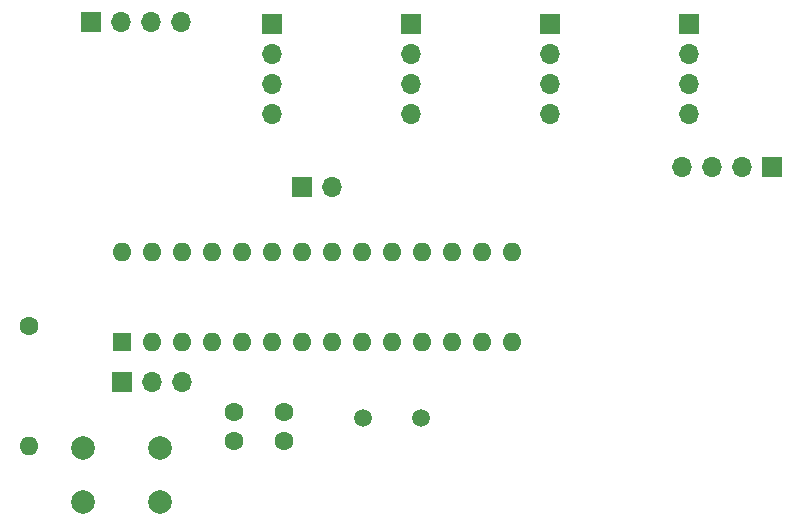
<source format=gbr>
%TF.GenerationSoftware,KiCad,Pcbnew,8.0.1*%
%TF.CreationDate,2024-04-07T11:58:20+02:00*%
%TF.ProjectId,RobotASK,526f626f-7441-4534-9b2e-6b696361645f,rev?*%
%TF.SameCoordinates,Original*%
%TF.FileFunction,Copper,L1,Top*%
%TF.FilePolarity,Positive*%
%FSLAX46Y46*%
G04 Gerber Fmt 4.6, Leading zero omitted, Abs format (unit mm)*
G04 Created by KiCad (PCBNEW 8.0.1) date 2024-04-07 11:58:20*
%MOMM*%
%LPD*%
G01*
G04 APERTURE LIST*
%TA.AperFunction,ComponentPad*%
%ADD10R,1.700000X1.700000*%
%TD*%
%TA.AperFunction,ComponentPad*%
%ADD11O,1.700000X1.700000*%
%TD*%
%TA.AperFunction,ComponentPad*%
%ADD12C,1.600000*%
%TD*%
%TA.AperFunction,ComponentPad*%
%ADD13O,1.600000X1.600000*%
%TD*%
%TA.AperFunction,ComponentPad*%
%ADD14C,1.500000*%
%TD*%
%TA.AperFunction,ComponentPad*%
%ADD15C,2.000000*%
%TD*%
%TA.AperFunction,ComponentPad*%
%ADD16R,1.600000X1.600000*%
%TD*%
G04 APERTURE END LIST*
D10*
%TO.P,J5,1,Pin_1*%
%TO.N,GND*%
X144050000Y-66770000D03*
D11*
%TO.P,J5,2,Pin_2*%
%TO.N,unconnected-(J5-Pin_2-Pad2)*%
X141510000Y-66770000D03*
%TO.P,J5,3,Pin_3*%
%TO.N,unconnected-(J5-Pin_3-Pad3)*%
X138970000Y-66770000D03*
%TO.P,J5,4,Pin_4*%
%TO.N,+5V*%
X136430000Y-66770000D03*
%TD*%
D10*
%TO.P,J6,1,Pin_1*%
%TO.N,PH3*%
X86380000Y-54500000D03*
D11*
%TO.P,J6,2,Pin_2*%
%TO.N,PH2*%
X88920000Y-54500000D03*
%TO.P,J6,3,Pin_3*%
%TO.N,PH1*%
X91460000Y-54500000D03*
%TO.P,J6,4,Pin_4*%
%TO.N,PH0*%
X94000000Y-54500000D03*
%TD*%
D12*
%TO.P,R9,1*%
%TO.N,+5V*%
X81110000Y-80250000D03*
D13*
%TO.P,R9,2*%
%TO.N,~RESET*%
X81110000Y-90410000D03*
%TD*%
D12*
%TO.P,C2,1*%
%TO.N,CRY1*%
X102750000Y-90000000D03*
%TO.P,C2,2*%
%TO.N,GND*%
X102750000Y-87500000D03*
%TD*%
D10*
%TO.P,J1,1,Pin_1*%
%TO.N,GND*%
X101750000Y-54700000D03*
D11*
%TO.P,J1,2,Pin_2*%
%TO.N,+5V*%
X101750000Y-57240000D03*
%TO.P,J1,3,Pin_3*%
%TO.N,SERV0*%
X101750000Y-59780000D03*
%TO.P,J1,4,Pin_4*%
%TO.N,+5V*%
X101750000Y-62320000D03*
%TD*%
D12*
%TO.P,C1,1*%
%TO.N,CRY2*%
X98500000Y-90000000D03*
%TO.P,C1,2*%
%TO.N,GND*%
X98500000Y-87500000D03*
%TD*%
D14*
%TO.P,Y1,1,1*%
%TO.N,CRY2*%
X114300000Y-88000000D03*
%TO.P,Y1,2,2*%
%TO.N,CRY1*%
X109420000Y-88000000D03*
%TD*%
D15*
%TO.P,SW2,1,1*%
%TO.N,GND*%
X92250000Y-95110000D03*
X85750000Y-95110000D03*
%TO.P,SW2,2,2*%
%TO.N,~RESET*%
X92250000Y-90610000D03*
X85750000Y-90610000D03*
%TD*%
D10*
%TO.P,J7,1,Pin_1*%
%TO.N,GND*%
X104240000Y-68500000D03*
D11*
%TO.P,J7,2,Pin_2*%
%TO.N,+5V*%
X106780000Y-68500000D03*
%TD*%
D16*
%TO.P,U1,1,~{RESET}/PC6*%
%TO.N,~RESET*%
X89050000Y-81620000D03*
D13*
%TO.P,U1,2,PD0*%
%TO.N,RX*%
X91590000Y-81620000D03*
%TO.P,U1,3,PD1*%
%TO.N,TX*%
X94130000Y-81620000D03*
%TO.P,U1,4,PD2*%
%TO.N,unconnected-(U1-PD2-Pad4)*%
X96670000Y-81620000D03*
%TO.P,U1,5,PD3*%
%TO.N,unconnected-(U1-PD3-Pad5)*%
X99210000Y-81620000D03*
%TO.P,U1,6,PD4*%
%TO.N,unconnected-(U1-PD4-Pad6)*%
X101750000Y-81620000D03*
%TO.P,U1,7,VCC*%
%TO.N,+5V*%
X104290000Y-81620000D03*
%TO.P,U1,8,GND*%
%TO.N,GND*%
X106830000Y-81620000D03*
%TO.P,U1,9,XTAL1/PB6*%
%TO.N,CRY1*%
X109370000Y-81620000D03*
%TO.P,U1,10,XTAL2/PB7*%
%TO.N,CRY2*%
X111910000Y-81620000D03*
%TO.P,U1,11,PD5*%
%TO.N,unconnected-(U1-PD5-Pad11)*%
X114450000Y-81620000D03*
%TO.P,U1,12,PD6*%
%TO.N,SERV3*%
X116990000Y-81620000D03*
%TO.P,U1,13,PD7*%
%TO.N,unconnected-(U1-PD7-Pad13)*%
X119530000Y-81620000D03*
%TO.P,U1,14,PB0*%
%TO.N,unconnected-(U1-PB0-Pad14)*%
X122070000Y-81620000D03*
%TO.P,U1,15,PB1*%
%TO.N,SERV2*%
X122070000Y-74000000D03*
%TO.P,U1,16,PB2*%
%TO.N,SERV1*%
X119530000Y-74000000D03*
%TO.P,U1,17,PB3*%
%TO.N,SERV0*%
X116990000Y-74000000D03*
%TO.P,U1,18,PB4*%
%TO.N,unconnected-(U1-PB4-Pad18)*%
X114450000Y-74000000D03*
%TO.P,U1,19,PB5*%
%TO.N,unconnected-(U1-PB5-Pad19)*%
X111910000Y-74000000D03*
%TO.P,U1,20,AVCC*%
%TO.N,+5V*%
X109370000Y-74000000D03*
%TO.P,U1,21,AREF*%
X106830000Y-74000000D03*
%TO.P,U1,22,GND*%
%TO.N,GND*%
X104290000Y-74000000D03*
%TO.P,U1,23,PC0*%
%TO.N,PH0*%
X101750000Y-74000000D03*
%TO.P,U1,24,PC1*%
%TO.N,PH1*%
X99210000Y-74000000D03*
%TO.P,U1,25,PC2*%
%TO.N,PH2*%
X96670000Y-74000000D03*
%TO.P,U1,26,PC3*%
%TO.N,PH3*%
X94130000Y-74000000D03*
%TO.P,U1,27,PC4*%
%TO.N,unconnected-(U1-PC4-Pad27)*%
X91590000Y-74000000D03*
%TO.P,U1,28,PC5*%
%TO.N,unconnected-(U1-PC5-Pad28)*%
X89050000Y-74000000D03*
%TD*%
D10*
%TO.P,J8,1,Pin_1*%
%TO.N,~RESET*%
X89000000Y-85000000D03*
D11*
%TO.P,J8,2,Pin_2*%
%TO.N,RX*%
X91540000Y-85000000D03*
%TO.P,J8,3,Pin_3*%
%TO.N,TX*%
X94080000Y-85000000D03*
%TD*%
D10*
%TO.P,J3,1,Pin_1*%
%TO.N,GND*%
X125250000Y-54700000D03*
D11*
%TO.P,J3,2,Pin_2*%
%TO.N,+5V*%
X125250000Y-57240000D03*
%TO.P,J3,3,Pin_3*%
%TO.N,SERV2*%
X125250000Y-59780000D03*
%TO.P,J3,4,Pin_4*%
%TO.N,+5V*%
X125250000Y-62320000D03*
%TD*%
D10*
%TO.P,J2,1,Pin_1*%
%TO.N,GND*%
X113500000Y-54700000D03*
D11*
%TO.P,J2,2,Pin_2*%
%TO.N,+5V*%
X113500000Y-57240000D03*
%TO.P,J2,3,Pin_3*%
%TO.N,SERV1*%
X113500000Y-59780000D03*
%TO.P,J2,4,Pin_4*%
%TO.N,+5V*%
X113500000Y-62320000D03*
%TD*%
D10*
%TO.P,J4,1,Pin_1*%
%TO.N,GND*%
X137000000Y-54700000D03*
D11*
%TO.P,J4,2,Pin_2*%
%TO.N,+5V*%
X137000000Y-57240000D03*
%TO.P,J4,3,Pin_3*%
%TO.N,SERV3*%
X137000000Y-59780000D03*
%TO.P,J4,4,Pin_4*%
%TO.N,+5V*%
X137000000Y-62320000D03*
%TD*%
M02*

</source>
